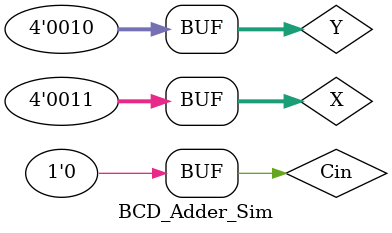
<source format=v>
`timescale 1ns / 1ps

module BCD_Adder_Sim;
reg Cin;
reg [3:0] X,Y;
wire [3:0] S;
wire Cout;
bcdadd uut(.Cin(Cin), .X(X), .Y(Y), .S(S), .Cout(Cout));

initial begin
Cin = 0;
   X = 4'b1001;//9
   Y = 4'b0011;//3
#1 X = 4'b0011;//3
   Y = 4'b0010;//2
end
endmodule

</source>
